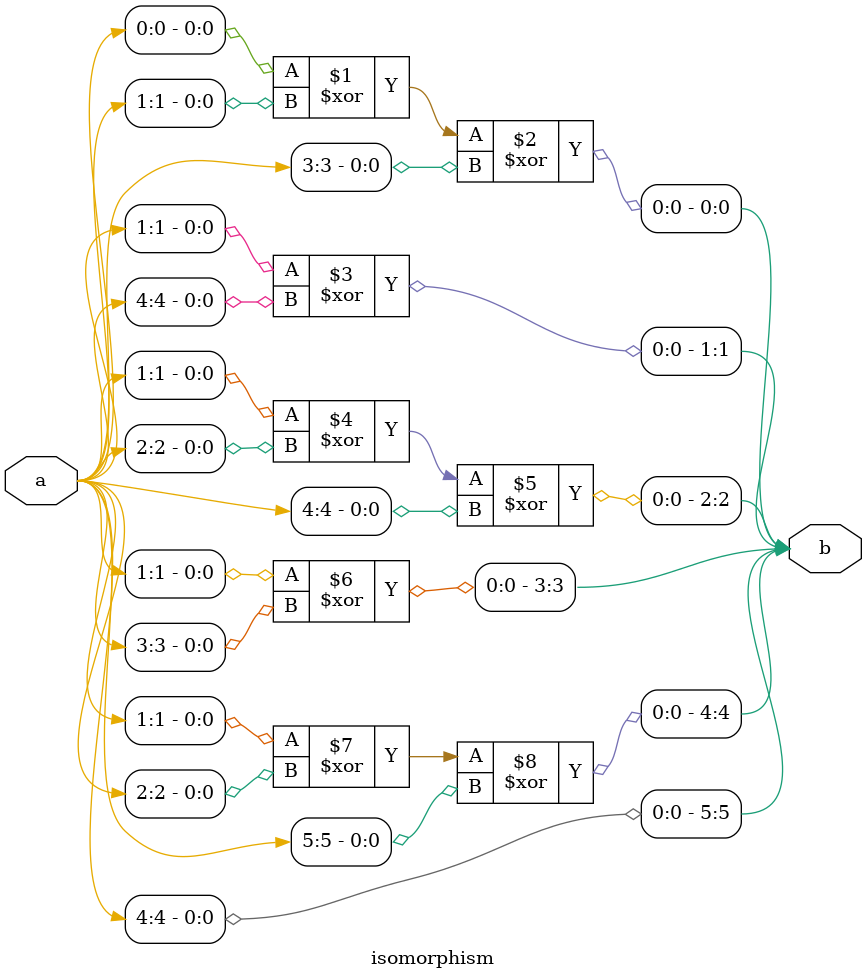
<source format=v>
`timescale 1ns/100ps
module SMS23_52_pp_4_1(x,y);
	 input [5:0] x;
	 output [5:0] y;
	 wire [5:0] w;
	 wire [5:0] p;
	 isomorphism C2 (x,w);
	 power_52 C3 (w,p);
	 inv_isomorphism C4 (p,y);
endmodule

module square_base(a,b);
	 input [1:0] a;
	 output [1:0] b;
	 assign b[0]=a[0]^a[1];
	 assign b[1]=a[1];
endmodule

module add_base(a,b,c);
	 input [1:0] a;
	 input [1:0] b;
	 output [1:0] c;
	 assign c[0]=a[0]^b[0];
	 assign c[1]=a[1]^b[1];
endmodule

module constant_multiplication_base_0(a,b);
	 input [1:0] a;
	 output [1:0] b;
	 assign b[0]=0;
	 assign b[1]=0;
endmodule

module constant_multiplication_base_1(a,b);
	 input [1:0] a;
	 output [1:0] b;
	 assign b[0]=a[0];
	 assign b[1]=a[1];
endmodule

module constant_multiplication_base_2(a,b);
	 input [1:0] a;
	 output [1:0] b;
	 assign b[0]=a[1];
	 assign b[1]=a[0]^a[1];
endmodule

module constant_multiplication_base_3(a,b);
	 input [1:0] a;
	 output [1:0] b;
	 assign b[0]=a[0]^a[1];
	 assign b[1]=a[0];
endmodule

module multiplication_base(a,b,c);
	 input [1:0] a;
	 input [1:0] b;
	 output [1:0] c;
	 wire t;
	 assign t=(a[1]&b[1]);
	 assign c[0]=(a[0]&b[0])^t;
	 assign c[1]=(a[0]&b[1])^(a[1]&b[0])^t;
endmodule

module multi_qube_base(a,b,c);
	 input [1:0] a;
	 input [1:0] b;
	 output [1:0] c;
	 wire t;
	 assign t=a[0]^(~a[0]&a[1]);
	 assign c[0]=t&b[0];
	 assign c[1]=t&b[1];
endmodule

module power_52(a,b);
	 input [5:0] a;
	 output [5:0] b;
	 wire [1:0] x_0;
	 wire [1:0] x_1;
	 wire [1:0] x_2;
	 wire [1:0] x_3;
	 wire [1:0] x_4;
	 wire [1:0] x_5;
	 wire [1:0] x_6;
	 wire [1:0] x_7;
	 wire [1:0] x_8;
	 wire [1:0] x_9;
	 wire [1:0] x_10;
	 wire [1:0] x_11;
	 wire [1:0] x_12;
	 wire [1:0] x_13;
	 wire [1:0] x_14;
	 wire [1:0] y_0;
	 wire [1:0] y_1;
	 wire [1:0] y_2;
	 wire [1:0] y_3;
	 wire [1:0] y_4;
	 wire [1:0] y_5;
	 wire [1:0] w_0_0;
	 wire [1:0] w_0_1;
	 wire [1:0] w_0_2;
	 wire [1:0] w_0_3;
	 wire [1:0] w_0_4;
	 wire [1:0] w_0_5;
	 wire [1:0] w_0_6;
	 wire [1:0] w_0_7;
	 wire [1:0] w_0_8;
	 wire [1:0] w_0_9;
	 wire [1:0] w_0_10;
	 wire [1:0] w_0_11;
	 wire [1:0] w_0_12;
	 wire [1:0] w_0_13;
	 wire [1:0] w_0_14;
	 wire [1:0] w_1_0;
	 wire [1:0] w_1_1;
	 wire [1:0] w_1_2;
	 wire [1:0] w_1_3;
	 wire [1:0] w_1_4;
	 wire [1:0] w_1_5;
	 wire [1:0] w_1_6;
	 wire [1:0] w_1_7;
	 wire [1:0] w_1_8;
	 wire [1:0] w_1_9;
	 wire [1:0] w_1_10;
	 wire [1:0] w_1_11;
	 wire [1:0] w_1_12;
	 wire [1:0] w_1_13;
	 wire [1:0] w_1_14;
	 wire [1:0] w_2_0;
	 wire [1:0] w_2_1;
	 wire [1:0] w_2_2;
	 wire [1:0] w_2_3;
	 wire [1:0] w_2_4;
	 wire [1:0] w_2_5;
	 wire [1:0] w_2_6;
	 wire [1:0] w_2_7;
	 wire [1:0] w_2_8;
	 wire [1:0] w_2_9;
	 wire [1:0] w_2_10;
	 wire [1:0] w_2_11;
	 wire [1:0] w_2_12;
	 wire [1:0] w_2_13;
	 wire [1:0] w_2_14;
	 wire [1:0] z_0_0;
	 wire [1:0] z_0_1;
	 wire [1:0] z_0_2;
	 wire [1:0] z_0_3;
	 wire [1:0] z_0_4;
	 wire [1:0] z_0_5;
	 wire [1:0] z_0_6;
	 wire [1:0] z_0_7;
	 wire [1:0] z_0_8;
	 wire [1:0] z_0_9;
	 wire [1:0] z_0_10;
	 wire [1:0] z_0_11;
	 wire [1:0] z_0_12;
	 wire [1:0] z_0_13;
	 wire [1:0] z_1_0;
	 wire [1:0] z_1_1;
	 wire [1:0] z_1_2;
	 wire [1:0] z_1_3;
	 wire [1:0] z_1_4;
	 wire [1:0] z_1_5;
	 wire [1:0] z_1_6;
	 wire [1:0] z_1_7;
	 wire [1:0] z_1_8;
	 wire [1:0] z_1_9;
	 wire [1:0] z_1_10;
	 wire [1:0] z_1_11;
	 wire [1:0] z_1_12;
	 wire [1:0] z_1_13;
	 wire [1:0] z_2_0;
	 wire [1:0] z_2_1;
	 wire [1:0] z_2_2;
	 wire [1:0] z_2_3;
	 wire [1:0] z_2_4;
	 wire [1:0] z_2_5;
	 wire [1:0] z_2_6;
	 wire [1:0] z_2_7;
	 wire [1:0] z_2_8;
	 wire [1:0] z_2_9;
	 wire [1:0] z_2_10;
	 wire [1:0] z_2_11;
	 wire [1:0] z_2_12;
	 wire [1:0] z_2_13;
	 assign x_0[0]=a[0];
	 assign x_0[1]=a[1];
	 assign x_1[0]=a[2];
	 assign x_1[1]=a[3];
	 assign x_2[0]=a[4];
	 assign x_2[1]=a[5];
	 square_base  SB1 (x_0,y_0);
	 square_base SB2 (x_1,y_1);
	 square_base SB3 (x_2,y_2);
	 multi_qube_base MQB1 (x_0,x_1,x_3);
	 multi_qube_base MQB2 (x_0,x_2,x_4);
	 multi_qube_base MQB3 (x_1,x_0,x_5);
	 multi_qube_base MQB4 (x_1,x_2,x_6);
	 multi_qube_base MQB5 (x_2,x_0,x_7);
	 multi_qube_base MQB6 (x_2,x_1,x_8);
	 multiplication_base MB1 (y_0,y_1,x_9);
	 multiplication_base MB2 (y_0,y_2,x_10);
	 multiplication_base MB3 (y_1,y_2,x_11);
	 multiplication_base MB4 (x_1,x_2,y_3);
	 multiplication_base MB5 (y_0,y_3,x_12);
	 multiplication_base MB6 (x_0,x_2,y_4);
	 multiplication_base MB7 (y_1,y_4,x_13);
	 multiplication_base MB8 (x_0,x_1,y_5);
	 multiplication_base MB9 (y_2,y_5,x_14);
	 constant_multiplication_base_1 MC00 (x_0,w_0_0);
	 constant_multiplication_base_2 MC01 (x_1,w_0_1);
	 constant_multiplication_base_1 MC02 (x_2,w_0_2);
	 constant_multiplication_base_1 MC03 (x_3,w_0_3);
	 constant_multiplication_base_1 MC04 (x_4,w_0_4);
	 constant_multiplication_base_1 MC05 (x_5,w_0_5);
	 constant_multiplication_base_3 MC06 (x_6,w_0_6);
	 constant_multiplication_base_3 MC07 (x_7,w_0_7);
	 constant_multiplication_base_3 MC08 (x_8,w_0_8);
	 constant_multiplication_base_0 MC09 (x_9,w_0_9);
	 constant_multiplication_base_0 MC010 (x_10,w_0_10);
	 constant_multiplication_base_3 MC011 (x_11,w_0_11);
	 constant_multiplication_base_1 MC012 (x_12,w_0_12);
	 constant_multiplication_base_0 MC013 (x_13,w_0_13);
	 constant_multiplication_base_0 MC014 (x_14,w_0_14);
	 constant_multiplication_base_0 MC10 (x_0,w_1_0);
	 constant_multiplication_base_1 MC11 (x_1,w_1_1);
	 constant_multiplication_base_3 MC12 (x_2,w_1_2);
	 constant_multiplication_base_1 MC13 (x_3,w_1_3);
	 constant_multiplication_base_0 MC14 (x_4,w_1_4);
	 constant_multiplication_base_2 MC15 (x_5,w_1_5);
	 constant_multiplication_base_0 MC16 (x_6,w_1_6);
	 constant_multiplication_base_3 MC17 (x_7,w_1_7);
	 constant_multiplication_base_3 MC18 (x_8,w_1_8);
	 constant_multiplication_base_3 MC19 (x_9,w_1_9);
	 constant_multiplication_base_0 MC110 (x_10,w_1_10);
	 constant_multiplication_base_3 MC111 (x_11,w_1_11);
	 constant_multiplication_base_1 MC112 (x_12,w_1_12);
	 constant_multiplication_base_0 MC113 (x_13,w_1_13);
	 constant_multiplication_base_1 MC114 (x_14,w_1_14);
	 constant_multiplication_base_0 MC20 (x_0,w_2_0);
	 constant_multiplication_base_2 MC21 (x_1,w_2_1);
	 constant_multiplication_base_3 MC22 (x_2,w_2_2);
	 constant_multiplication_base_0 MC23 (x_3,w_2_3);
	 constant_multiplication_base_1 MC24 (x_4,w_2_4);
	 constant_multiplication_base_2 MC25 (x_5,w_2_5);
	 constant_multiplication_base_1 MC26 (x_6,w_2_6);
	 constant_multiplication_base_1 MC27 (x_7,w_2_7);
	 constant_multiplication_base_0 MC28 (x_8,w_2_8);
	 constant_multiplication_base_0 MC29 (x_9,w_2_9);
	 constant_multiplication_base_2 MC210 (x_10,w_2_10);
	 constant_multiplication_base_2 MC211 (x_11,w_2_11);
	 constant_multiplication_base_1 MC212 (x_12,w_2_12);
	 constant_multiplication_base_2 MC213 (x_13,w_2_13);
	 constant_multiplication_base_1 MC214 (x_14,w_2_14);
	 add_base AB00 (w_0_0,w_0_1,z_0_0);
	 add_base AB01 (w_0_2,z_0_0,z_0_1);
	 add_base AB02 (w_0_3,z_0_1,z_0_2);
	 add_base AB03 (w_0_4,z_0_2,z_0_3);
	 add_base AB04 (w_0_5,z_0_3,z_0_4);
	 add_base AB05 (w_0_6,z_0_4,z_0_5);
	 add_base AB06 (w_0_7,z_0_5,z_0_6);
	 add_base AB07 (w_0_8,z_0_6,z_0_7);
	 add_base AB08 (w_0_9,z_0_7,z_0_8);
	 add_base AB09 (w_0_10,z_0_8,z_0_9);
	 add_base AB010 (w_0_11,z_0_9,z_0_10);
	 add_base AB011 (w_0_12,z_0_10,z_0_11);
	 add_base AB012 (w_0_13,z_0_11,z_0_12);
	 add_base AB013 (w_0_14,z_0_12,z_0_13);
	 add_base AB10 (w_1_0,w_1_1,z_1_0);
	 add_base AB11 (w_1_2,z_1_0,z_1_1);
	 add_base AB12 (w_1_3,z_1_1,z_1_2);
	 add_base AB13 (w_1_4,z_1_2,z_1_3);
	 add_base AB14 (w_1_5,z_1_3,z_1_4);
	 add_base AB15 (w_1_6,z_1_4,z_1_5);
	 add_base AB16 (w_1_7,z_1_5,z_1_6);
	 add_base AB17 (w_1_8,z_1_6,z_1_7);
	 add_base AB18 (w_1_9,z_1_7,z_1_8);
	 add_base AB19 (w_1_10,z_1_8,z_1_9);
	 add_base AB110 (w_1_11,z_1_9,z_1_10);
	 add_base AB111 (w_1_12,z_1_10,z_1_11);
	 add_base AB112 (w_1_13,z_1_11,z_1_12);
	 add_base AB113 (w_1_14,z_1_12,z_1_13);
	 add_base AB20 (w_2_0,w_2_1,z_2_0);
	 add_base AB21 (w_2_2,z_2_0,z_2_1);
	 add_base AB22 (w_2_3,z_2_1,z_2_2);
	 add_base AB23 (w_2_4,z_2_2,z_2_3);
	 add_base AB24 (w_2_5,z_2_3,z_2_4);
	 add_base AB25 (w_2_6,z_2_4,z_2_5);
	 add_base AB26 (w_2_7,z_2_5,z_2_6);
	 add_base AB27 (w_2_8,z_2_6,z_2_7);
	 add_base AB28 (w_2_9,z_2_7,z_2_8);
	 add_base AB29 (w_2_10,z_2_8,z_2_9);
	 add_base AB210 (w_2_11,z_2_9,z_2_10);
	 add_base AB211 (w_2_12,z_2_10,z_2_11);
	 add_base AB212 (w_2_13,z_2_11,z_2_12);
	 add_base AB213 (w_2_14,z_2_12,z_2_13);
	 assign b[0]=z_0_13[0];
	 assign b[1]=z_0_13[1];
	 assign b[2]=z_1_13[0];
	 assign b[3]=z_1_13[1];
	 assign b[4]=z_2_13[0];
	 assign b[5]=z_2_13[1];
endmodule

module inv_isomorphism(a,b);
	 input [5:0] a;
	 output [5:0] b;
	 assign b[0]=a[2]^a[4];
	 assign b[1]=a[0]^a[1]^a[3]^a[5];
	 assign b[2]=a[0]^a[5];
	 assign b[3]=a[3];
	 assign b[4]=a[0]^a[3];
	 assign b[5]=a[2]^a[5];
endmodule

module isomorphism(a,b);
	 input [5:0] a;
	 output [5:0] b;
	 assign b[0]=a[0]^a[1]^a[3];
	 assign b[1]=a[1]^a[4];
	 assign b[2]=a[1]^a[2]^a[4];
	 assign b[3]=a[1]^a[3];
	 assign b[4]=a[1]^a[2]^a[5];
	 assign b[5]=a[4];
endmodule


</source>
